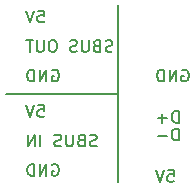
<source format=gbr>
G04 #@! TF.GenerationSoftware,KiCad,Pcbnew,5.1.0-060a0da~80~ubuntu18.04.1*
G04 #@! TF.CreationDate,2019-04-03T19:32:02+02:00*
G04 #@! TF.ProjectId,mav_sbus_bridge,6d61765f-7362-4757-935f-627269646765,rev?*
G04 #@! TF.SameCoordinates,Original*
G04 #@! TF.FileFunction,Legend,Bot*
G04 #@! TF.FilePolarity,Positive*
%FSLAX46Y46*%
G04 Gerber Fmt 4.6, Leading zero omitted, Abs format (unit mm)*
G04 Created by KiCad (PCBNEW 5.1.0-060a0da~80~ubuntu18.04.1) date 2019-04-03 19:32:02*
%MOMM*%
%LPD*%
G04 APERTURE LIST*
%ADD10C,0.200000*%
%ADD11O,1.050000X1.350000*%
%ADD12O,1.650000X1.100000*%
%ADD13C,1.800000*%
%ADD14R,1.800000X1.800000*%
G04 APERTURE END LIST*
D10*
X151000000Y-105500000D02*
X151000000Y-113000000D01*
X151000000Y-105500000D02*
X151000000Y-98000000D01*
X141500000Y-105500000D02*
X151000000Y-105500000D01*
X149177619Y-109904761D02*
X149034761Y-109952380D01*
X148796666Y-109952380D01*
X148701428Y-109904761D01*
X148653809Y-109857142D01*
X148606190Y-109761904D01*
X148606190Y-109666666D01*
X148653809Y-109571428D01*
X148701428Y-109523809D01*
X148796666Y-109476190D01*
X148987142Y-109428571D01*
X149082380Y-109380952D01*
X149130000Y-109333333D01*
X149177619Y-109238095D01*
X149177619Y-109142857D01*
X149130000Y-109047619D01*
X149082380Y-109000000D01*
X148987142Y-108952380D01*
X148749047Y-108952380D01*
X148606190Y-109000000D01*
X147844285Y-109428571D02*
X147701428Y-109476190D01*
X147653809Y-109523809D01*
X147606190Y-109619047D01*
X147606190Y-109761904D01*
X147653809Y-109857142D01*
X147701428Y-109904761D01*
X147796666Y-109952380D01*
X148177619Y-109952380D01*
X148177619Y-108952380D01*
X147844285Y-108952380D01*
X147749047Y-109000000D01*
X147701428Y-109047619D01*
X147653809Y-109142857D01*
X147653809Y-109238095D01*
X147701428Y-109333333D01*
X147749047Y-109380952D01*
X147844285Y-109428571D01*
X148177619Y-109428571D01*
X147177619Y-108952380D02*
X147177619Y-109761904D01*
X147130000Y-109857142D01*
X147082380Y-109904761D01*
X146987142Y-109952380D01*
X146796666Y-109952380D01*
X146701428Y-109904761D01*
X146653809Y-109857142D01*
X146606190Y-109761904D01*
X146606190Y-108952380D01*
X146177619Y-109904761D02*
X146034761Y-109952380D01*
X145796666Y-109952380D01*
X145701428Y-109904761D01*
X145653809Y-109857142D01*
X145606190Y-109761904D01*
X145606190Y-109666666D01*
X145653809Y-109571428D01*
X145701428Y-109523809D01*
X145796666Y-109476190D01*
X145987142Y-109428571D01*
X146082380Y-109380952D01*
X146130000Y-109333333D01*
X146177619Y-109238095D01*
X146177619Y-109142857D01*
X146130000Y-109047619D01*
X146082380Y-109000000D01*
X145987142Y-108952380D01*
X145749047Y-108952380D01*
X145606190Y-109000000D01*
X144415714Y-109952380D02*
X144415714Y-108952380D01*
X143939523Y-109952380D02*
X143939523Y-108952380D01*
X143368095Y-109952380D01*
X143368095Y-108952380D01*
X145415714Y-111500000D02*
X145510952Y-111452380D01*
X145653809Y-111452380D01*
X145796666Y-111500000D01*
X145891904Y-111595238D01*
X145939523Y-111690476D01*
X145987142Y-111880952D01*
X145987142Y-112023809D01*
X145939523Y-112214285D01*
X145891904Y-112309523D01*
X145796666Y-112404761D01*
X145653809Y-112452380D01*
X145558571Y-112452380D01*
X145415714Y-112404761D01*
X145368095Y-112357142D01*
X145368095Y-112023809D01*
X145558571Y-112023809D01*
X144939523Y-112452380D02*
X144939523Y-111452380D01*
X144368095Y-112452380D01*
X144368095Y-111452380D01*
X143891904Y-112452380D02*
X143891904Y-111452380D01*
X143653809Y-111452380D01*
X143510952Y-111500000D01*
X143415714Y-111595238D01*
X143368095Y-111690476D01*
X143320476Y-111880952D01*
X143320476Y-112023809D01*
X143368095Y-112214285D01*
X143415714Y-112309523D01*
X143510952Y-112404761D01*
X143653809Y-112452380D01*
X143891904Y-112452380D01*
X144225238Y-106452380D02*
X144701428Y-106452380D01*
X144749047Y-106928571D01*
X144701428Y-106880952D01*
X144606190Y-106833333D01*
X144368095Y-106833333D01*
X144272857Y-106880952D01*
X144225238Y-106928571D01*
X144177619Y-107023809D01*
X144177619Y-107261904D01*
X144225238Y-107357142D01*
X144272857Y-107404761D01*
X144368095Y-107452380D01*
X144606190Y-107452380D01*
X144701428Y-107404761D01*
X144749047Y-107357142D01*
X143891904Y-106452380D02*
X143558571Y-107452380D01*
X143225238Y-106452380D01*
X145415714Y-103500000D02*
X145510952Y-103452380D01*
X145653809Y-103452380D01*
X145796666Y-103500000D01*
X145891904Y-103595238D01*
X145939523Y-103690476D01*
X145987142Y-103880952D01*
X145987142Y-104023809D01*
X145939523Y-104214285D01*
X145891904Y-104309523D01*
X145796666Y-104404761D01*
X145653809Y-104452380D01*
X145558571Y-104452380D01*
X145415714Y-104404761D01*
X145368095Y-104357142D01*
X145368095Y-104023809D01*
X145558571Y-104023809D01*
X144939523Y-104452380D02*
X144939523Y-103452380D01*
X144368095Y-104452380D01*
X144368095Y-103452380D01*
X143891904Y-104452380D02*
X143891904Y-103452380D01*
X143653809Y-103452380D01*
X143510952Y-103500000D01*
X143415714Y-103595238D01*
X143368095Y-103690476D01*
X143320476Y-103880952D01*
X143320476Y-104023809D01*
X143368095Y-104214285D01*
X143415714Y-104309523D01*
X143510952Y-104404761D01*
X143653809Y-104452380D01*
X143891904Y-104452380D01*
X150510952Y-101904761D02*
X150368095Y-101952380D01*
X150130000Y-101952380D01*
X150034761Y-101904761D01*
X149987142Y-101857142D01*
X149939523Y-101761904D01*
X149939523Y-101666666D01*
X149987142Y-101571428D01*
X150034761Y-101523809D01*
X150130000Y-101476190D01*
X150320476Y-101428571D01*
X150415714Y-101380952D01*
X150463333Y-101333333D01*
X150510952Y-101238095D01*
X150510952Y-101142857D01*
X150463333Y-101047619D01*
X150415714Y-101000000D01*
X150320476Y-100952380D01*
X150082380Y-100952380D01*
X149939523Y-101000000D01*
X149177619Y-101428571D02*
X149034761Y-101476190D01*
X148987142Y-101523809D01*
X148939523Y-101619047D01*
X148939523Y-101761904D01*
X148987142Y-101857142D01*
X149034761Y-101904761D01*
X149130000Y-101952380D01*
X149510952Y-101952380D01*
X149510952Y-100952380D01*
X149177619Y-100952380D01*
X149082380Y-101000000D01*
X149034761Y-101047619D01*
X148987142Y-101142857D01*
X148987142Y-101238095D01*
X149034761Y-101333333D01*
X149082380Y-101380952D01*
X149177619Y-101428571D01*
X149510952Y-101428571D01*
X148510952Y-100952380D02*
X148510952Y-101761904D01*
X148463333Y-101857142D01*
X148415714Y-101904761D01*
X148320476Y-101952380D01*
X148130000Y-101952380D01*
X148034761Y-101904761D01*
X147987142Y-101857142D01*
X147939523Y-101761904D01*
X147939523Y-100952380D01*
X147510952Y-101904761D02*
X147368095Y-101952380D01*
X147130000Y-101952380D01*
X147034761Y-101904761D01*
X146987142Y-101857142D01*
X146939523Y-101761904D01*
X146939523Y-101666666D01*
X146987142Y-101571428D01*
X147034761Y-101523809D01*
X147130000Y-101476190D01*
X147320476Y-101428571D01*
X147415714Y-101380952D01*
X147463333Y-101333333D01*
X147510952Y-101238095D01*
X147510952Y-101142857D01*
X147463333Y-101047619D01*
X147415714Y-101000000D01*
X147320476Y-100952380D01*
X147082380Y-100952380D01*
X146939523Y-101000000D01*
X145558571Y-100952380D02*
X145368095Y-100952380D01*
X145272857Y-101000000D01*
X145177619Y-101095238D01*
X145130000Y-101285714D01*
X145130000Y-101619047D01*
X145177619Y-101809523D01*
X145272857Y-101904761D01*
X145368095Y-101952380D01*
X145558571Y-101952380D01*
X145653809Y-101904761D01*
X145749047Y-101809523D01*
X145796666Y-101619047D01*
X145796666Y-101285714D01*
X145749047Y-101095238D01*
X145653809Y-101000000D01*
X145558571Y-100952380D01*
X144701428Y-100952380D02*
X144701428Y-101761904D01*
X144653809Y-101857142D01*
X144606190Y-101904761D01*
X144510952Y-101952380D01*
X144320476Y-101952380D01*
X144225238Y-101904761D01*
X144177619Y-101857142D01*
X144130000Y-101761904D01*
X144130000Y-100952380D01*
X143796666Y-100952380D02*
X143225238Y-100952380D01*
X143510952Y-101952380D02*
X143510952Y-100952380D01*
X144225238Y-98452380D02*
X144701428Y-98452380D01*
X144749047Y-98928571D01*
X144701428Y-98880952D01*
X144606190Y-98833333D01*
X144368095Y-98833333D01*
X144272857Y-98880952D01*
X144225238Y-98928571D01*
X144177619Y-99023809D01*
X144177619Y-99261904D01*
X144225238Y-99357142D01*
X144272857Y-99404761D01*
X144368095Y-99452380D01*
X144606190Y-99452380D01*
X144701428Y-99404761D01*
X144749047Y-99357142D01*
X143891904Y-98452380D02*
X143558571Y-99452380D01*
X143225238Y-98452380D01*
X156415714Y-103500000D02*
X156510952Y-103452380D01*
X156653809Y-103452380D01*
X156796666Y-103500000D01*
X156891904Y-103595238D01*
X156939523Y-103690476D01*
X156987142Y-103880952D01*
X156987142Y-104023809D01*
X156939523Y-104214285D01*
X156891904Y-104309523D01*
X156796666Y-104404761D01*
X156653809Y-104452380D01*
X156558571Y-104452380D01*
X156415714Y-104404761D01*
X156368095Y-104357142D01*
X156368095Y-104023809D01*
X156558571Y-104023809D01*
X155939523Y-104452380D02*
X155939523Y-103452380D01*
X155368095Y-104452380D01*
X155368095Y-103452380D01*
X154891904Y-104452380D02*
X154891904Y-103452380D01*
X154653809Y-103452380D01*
X154510952Y-103500000D01*
X154415714Y-103595238D01*
X154368095Y-103690476D01*
X154320476Y-103880952D01*
X154320476Y-104023809D01*
X154368095Y-104214285D01*
X154415714Y-104309523D01*
X154510952Y-104404761D01*
X154653809Y-104452380D01*
X154891904Y-104452380D01*
X155225238Y-111952380D02*
X155701428Y-111952380D01*
X155749047Y-112428571D01*
X155701428Y-112380952D01*
X155606190Y-112333333D01*
X155368095Y-112333333D01*
X155272857Y-112380952D01*
X155225238Y-112428571D01*
X155177619Y-112523809D01*
X155177619Y-112761904D01*
X155225238Y-112857142D01*
X155272857Y-112904761D01*
X155368095Y-112952380D01*
X155606190Y-112952380D01*
X155701428Y-112904761D01*
X155749047Y-112857142D01*
X154891904Y-111952380D02*
X154558571Y-112952380D01*
X154225238Y-111952380D01*
X156130000Y-107952380D02*
X156130000Y-106952380D01*
X155891904Y-106952380D01*
X155749047Y-107000000D01*
X155653809Y-107095238D01*
X155606190Y-107190476D01*
X155558571Y-107380952D01*
X155558571Y-107523809D01*
X155606190Y-107714285D01*
X155653809Y-107809523D01*
X155749047Y-107904761D01*
X155891904Y-107952380D01*
X156130000Y-107952380D01*
X155130000Y-107571428D02*
X154368095Y-107571428D01*
X154749047Y-107952380D02*
X154749047Y-107190476D01*
X156130000Y-109452380D02*
X156130000Y-108452380D01*
X155891904Y-108452380D01*
X155749047Y-108500000D01*
X155653809Y-108595238D01*
X155606190Y-108690476D01*
X155558571Y-108880952D01*
X155558571Y-109023809D01*
X155606190Y-109214285D01*
X155653809Y-109309523D01*
X155749047Y-109404761D01*
X155891904Y-109452380D01*
X156130000Y-109452380D01*
X155130000Y-109071428D02*
X154368095Y-109071428D01*
%LPC*%
D11*
X155300000Y-110500000D03*
X155300000Y-105500000D03*
D12*
X158000000Y-104500000D03*
X158000000Y-111500000D03*
D13*
X153000000Y-112120000D03*
X153000000Y-109580000D03*
X153000000Y-107040000D03*
D14*
X153000000Y-104500000D03*
D13*
X142000000Y-98920000D03*
X142000000Y-101460000D03*
D14*
X142000000Y-104000000D03*
D13*
X142000000Y-106960000D03*
X142000000Y-109500000D03*
D14*
X142000000Y-112040000D03*
M02*

</source>
